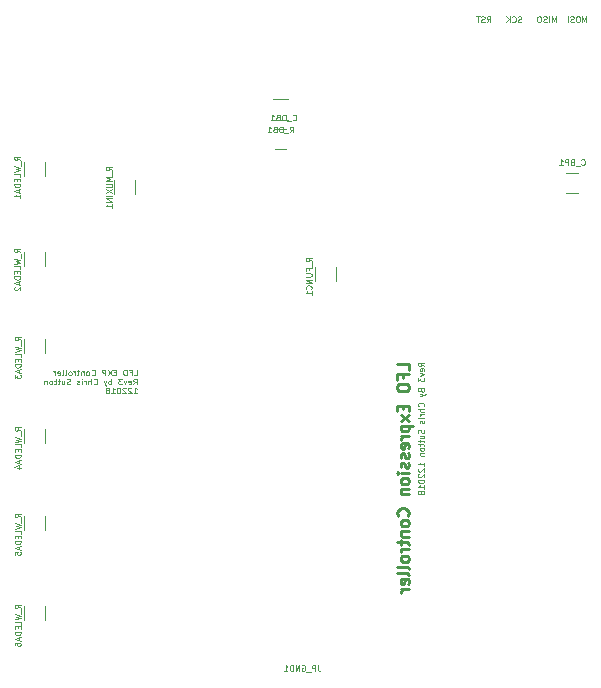
<source format=gbr>
G04 #@! TF.FileFunction,Legend,Bot*
%FSLAX46Y46*%
G04 Gerber Fmt 4.6, Leading zero omitted, Abs format (unit mm)*
G04 Created by KiCad (PCBNEW 4.0.7) date 06/02/18 16:03:12*
%MOMM*%
%LPD*%
G01*
G04 APERTURE LIST*
%ADD10C,0.100000*%
%ADD11C,0.015000*%
%ADD12C,0.125000*%
%ADD13C,0.250000*%
%ADD14C,0.120000*%
G04 APERTURE END LIST*
D10*
D11*
X144013450Y-53629690D02*
X144013450Y-53129690D01*
X143846784Y-53486833D01*
X143680117Y-53129690D01*
X143680117Y-53629690D01*
X143346783Y-53129690D02*
X143251545Y-53129690D01*
X143203926Y-53153500D01*
X143156307Y-53201119D01*
X143132498Y-53296357D01*
X143132498Y-53463024D01*
X143156307Y-53558262D01*
X143203926Y-53605881D01*
X143251545Y-53629690D01*
X143346783Y-53629690D01*
X143394402Y-53605881D01*
X143442021Y-53558262D01*
X143465831Y-53463024D01*
X143465831Y-53296357D01*
X143442021Y-53201119D01*
X143394402Y-53153500D01*
X143346783Y-53129690D01*
X142942021Y-53605881D02*
X142870592Y-53629690D01*
X142751545Y-53629690D01*
X142703926Y-53605881D01*
X142680116Y-53582071D01*
X142656307Y-53534452D01*
X142656307Y-53486833D01*
X142680116Y-53439214D01*
X142703926Y-53415405D01*
X142751545Y-53391595D01*
X142846783Y-53367786D01*
X142894402Y-53343976D01*
X142918211Y-53320167D01*
X142942021Y-53272548D01*
X142942021Y-53224929D01*
X142918211Y-53177310D01*
X142894402Y-53153500D01*
X142846783Y-53129690D01*
X142727735Y-53129690D01*
X142656307Y-53153500D01*
X142442021Y-53629690D02*
X142442021Y-53129690D01*
X141442022Y-53629690D02*
X141442022Y-53129690D01*
X141275356Y-53486833D01*
X141108689Y-53129690D01*
X141108689Y-53629690D01*
X140870593Y-53629690D02*
X140870593Y-53129690D01*
X140656308Y-53605881D02*
X140584879Y-53629690D01*
X140465832Y-53629690D01*
X140418213Y-53605881D01*
X140394403Y-53582071D01*
X140370594Y-53534452D01*
X140370594Y-53486833D01*
X140394403Y-53439214D01*
X140418213Y-53415405D01*
X140465832Y-53391595D01*
X140561070Y-53367786D01*
X140608689Y-53343976D01*
X140632498Y-53320167D01*
X140656308Y-53272548D01*
X140656308Y-53224929D01*
X140632498Y-53177310D01*
X140608689Y-53153500D01*
X140561070Y-53129690D01*
X140442022Y-53129690D01*
X140370594Y-53153500D01*
X140061070Y-53129690D02*
X139965832Y-53129690D01*
X139918213Y-53153500D01*
X139870594Y-53201119D01*
X139846785Y-53296357D01*
X139846785Y-53463024D01*
X139870594Y-53558262D01*
X139918213Y-53605881D01*
X139965832Y-53629690D01*
X140061070Y-53629690D01*
X140108689Y-53605881D01*
X140156308Y-53558262D01*
X140180118Y-53463024D01*
X140180118Y-53296357D01*
X140156308Y-53201119D01*
X140108689Y-53153500D01*
X140061070Y-53129690D01*
X138513452Y-53605881D02*
X138442023Y-53629690D01*
X138322976Y-53629690D01*
X138275357Y-53605881D01*
X138251547Y-53582071D01*
X138227738Y-53534452D01*
X138227738Y-53486833D01*
X138251547Y-53439214D01*
X138275357Y-53415405D01*
X138322976Y-53391595D01*
X138418214Y-53367786D01*
X138465833Y-53343976D01*
X138489642Y-53320167D01*
X138513452Y-53272548D01*
X138513452Y-53224929D01*
X138489642Y-53177310D01*
X138465833Y-53153500D01*
X138418214Y-53129690D01*
X138299166Y-53129690D01*
X138227738Y-53153500D01*
X137727738Y-53582071D02*
X137751548Y-53605881D01*
X137822976Y-53629690D01*
X137870595Y-53629690D01*
X137942024Y-53605881D01*
X137989643Y-53558262D01*
X138013452Y-53510643D01*
X138037262Y-53415405D01*
X138037262Y-53343976D01*
X138013452Y-53248738D01*
X137989643Y-53201119D01*
X137942024Y-53153500D01*
X137870595Y-53129690D01*
X137822976Y-53129690D01*
X137751548Y-53153500D01*
X137727738Y-53177310D01*
X137513452Y-53629690D02*
X137513452Y-53129690D01*
X137227738Y-53629690D02*
X137442024Y-53343976D01*
X137227738Y-53129690D02*
X137513452Y-53415405D01*
X135584882Y-53629690D02*
X135751549Y-53391595D01*
X135870596Y-53629690D02*
X135870596Y-53129690D01*
X135680120Y-53129690D01*
X135632501Y-53153500D01*
X135608692Y-53177310D01*
X135584882Y-53224929D01*
X135584882Y-53296357D01*
X135608692Y-53343976D01*
X135632501Y-53367786D01*
X135680120Y-53391595D01*
X135870596Y-53391595D01*
X135394406Y-53605881D02*
X135322977Y-53629690D01*
X135203930Y-53629690D01*
X135156311Y-53605881D01*
X135132501Y-53582071D01*
X135108692Y-53534452D01*
X135108692Y-53486833D01*
X135132501Y-53439214D01*
X135156311Y-53415405D01*
X135203930Y-53391595D01*
X135299168Y-53367786D01*
X135346787Y-53343976D01*
X135370596Y-53320167D01*
X135394406Y-53272548D01*
X135394406Y-53224929D01*
X135370596Y-53177310D01*
X135346787Y-53153500D01*
X135299168Y-53129690D01*
X135180120Y-53129690D01*
X135108692Y-53153500D01*
X134965835Y-53129690D02*
X134680121Y-53129690D01*
X134822978Y-53629690D02*
X134822978Y-53129690D01*
X105713257Y-83535190D02*
X105951352Y-83535190D01*
X105951352Y-83035190D01*
X105379924Y-83273286D02*
X105546590Y-83273286D01*
X105546590Y-83535190D02*
X105546590Y-83035190D01*
X105308495Y-83035190D01*
X105022781Y-83035190D02*
X104927543Y-83035190D01*
X104879924Y-83059000D01*
X104832305Y-83106619D01*
X104808496Y-83201857D01*
X104808496Y-83368524D01*
X104832305Y-83463762D01*
X104879924Y-83511381D01*
X104927543Y-83535190D01*
X105022781Y-83535190D01*
X105070400Y-83511381D01*
X105118019Y-83463762D01*
X105141829Y-83368524D01*
X105141829Y-83201857D01*
X105118019Y-83106619D01*
X105070400Y-83059000D01*
X105022781Y-83035190D01*
X104213257Y-83273286D02*
X104046591Y-83273286D01*
X103975162Y-83535190D02*
X104213257Y-83535190D01*
X104213257Y-83035190D01*
X103975162Y-83035190D01*
X103808495Y-83035190D02*
X103475162Y-83535190D01*
X103475162Y-83035190D02*
X103808495Y-83535190D01*
X103284686Y-83535190D02*
X103284686Y-83035190D01*
X103094210Y-83035190D01*
X103046591Y-83059000D01*
X103022782Y-83082810D01*
X102998972Y-83130429D01*
X102998972Y-83201857D01*
X103022782Y-83249476D01*
X103046591Y-83273286D01*
X103094210Y-83297095D01*
X103284686Y-83297095D01*
X102118020Y-83487571D02*
X102141830Y-83511381D01*
X102213258Y-83535190D01*
X102260877Y-83535190D01*
X102332306Y-83511381D01*
X102379925Y-83463762D01*
X102403734Y-83416143D01*
X102427544Y-83320905D01*
X102427544Y-83249476D01*
X102403734Y-83154238D01*
X102379925Y-83106619D01*
X102332306Y-83059000D01*
X102260877Y-83035190D01*
X102213258Y-83035190D01*
X102141830Y-83059000D01*
X102118020Y-83082810D01*
X101832306Y-83535190D02*
X101879925Y-83511381D01*
X101903734Y-83487571D01*
X101927544Y-83439952D01*
X101927544Y-83297095D01*
X101903734Y-83249476D01*
X101879925Y-83225667D01*
X101832306Y-83201857D01*
X101760877Y-83201857D01*
X101713258Y-83225667D01*
X101689449Y-83249476D01*
X101665639Y-83297095D01*
X101665639Y-83439952D01*
X101689449Y-83487571D01*
X101713258Y-83511381D01*
X101760877Y-83535190D01*
X101832306Y-83535190D01*
X101451353Y-83201857D02*
X101451353Y-83535190D01*
X101451353Y-83249476D02*
X101427544Y-83225667D01*
X101379925Y-83201857D01*
X101308496Y-83201857D01*
X101260877Y-83225667D01*
X101237068Y-83273286D01*
X101237068Y-83535190D01*
X101070401Y-83201857D02*
X100879925Y-83201857D01*
X100998972Y-83035190D02*
X100998972Y-83463762D01*
X100975163Y-83511381D01*
X100927544Y-83535190D01*
X100879925Y-83535190D01*
X100713258Y-83535190D02*
X100713258Y-83201857D01*
X100713258Y-83297095D02*
X100689449Y-83249476D01*
X100665639Y-83225667D01*
X100618020Y-83201857D01*
X100570401Y-83201857D01*
X100332306Y-83535190D02*
X100379925Y-83511381D01*
X100403734Y-83487571D01*
X100427544Y-83439952D01*
X100427544Y-83297095D01*
X100403734Y-83249476D01*
X100379925Y-83225667D01*
X100332306Y-83201857D01*
X100260877Y-83201857D01*
X100213258Y-83225667D01*
X100189449Y-83249476D01*
X100165639Y-83297095D01*
X100165639Y-83439952D01*
X100189449Y-83487571D01*
X100213258Y-83511381D01*
X100260877Y-83535190D01*
X100332306Y-83535190D01*
X99879925Y-83535190D02*
X99927544Y-83511381D01*
X99951353Y-83463762D01*
X99951353Y-83035190D01*
X99618020Y-83535190D02*
X99665639Y-83511381D01*
X99689448Y-83463762D01*
X99689448Y-83035190D01*
X99237067Y-83511381D02*
X99284686Y-83535190D01*
X99379924Y-83535190D01*
X99427543Y-83511381D01*
X99451353Y-83463762D01*
X99451353Y-83273286D01*
X99427543Y-83225667D01*
X99379924Y-83201857D01*
X99284686Y-83201857D01*
X99237067Y-83225667D01*
X99213258Y-83273286D01*
X99213258Y-83320905D01*
X99451353Y-83368524D01*
X98998972Y-83535190D02*
X98998972Y-83201857D01*
X98998972Y-83297095D02*
X98975163Y-83249476D01*
X98951353Y-83225667D01*
X98903734Y-83201857D01*
X98856115Y-83201857D01*
X105665638Y-84300190D02*
X105832305Y-84062095D01*
X105951352Y-84300190D02*
X105951352Y-83800190D01*
X105760876Y-83800190D01*
X105713257Y-83824000D01*
X105689448Y-83847810D01*
X105665638Y-83895429D01*
X105665638Y-83966857D01*
X105689448Y-84014476D01*
X105713257Y-84038286D01*
X105760876Y-84062095D01*
X105951352Y-84062095D01*
X105260876Y-84276381D02*
X105308495Y-84300190D01*
X105403733Y-84300190D01*
X105451352Y-84276381D01*
X105475162Y-84228762D01*
X105475162Y-84038286D01*
X105451352Y-83990667D01*
X105403733Y-83966857D01*
X105308495Y-83966857D01*
X105260876Y-83990667D01*
X105237067Y-84038286D01*
X105237067Y-84085905D01*
X105475162Y-84133524D01*
X105070400Y-83966857D02*
X104951353Y-84300190D01*
X104832305Y-83966857D01*
X104689448Y-83800190D02*
X104379925Y-83800190D01*
X104546591Y-83990667D01*
X104475163Y-83990667D01*
X104427544Y-84014476D01*
X104403734Y-84038286D01*
X104379925Y-84085905D01*
X104379925Y-84204952D01*
X104403734Y-84252571D01*
X104427544Y-84276381D01*
X104475163Y-84300190D01*
X104618020Y-84300190D01*
X104665639Y-84276381D01*
X104689448Y-84252571D01*
X103784687Y-84300190D02*
X103784687Y-83800190D01*
X103784687Y-83990667D02*
X103737068Y-83966857D01*
X103641830Y-83966857D01*
X103594211Y-83990667D01*
X103570402Y-84014476D01*
X103546592Y-84062095D01*
X103546592Y-84204952D01*
X103570402Y-84252571D01*
X103594211Y-84276381D01*
X103641830Y-84300190D01*
X103737068Y-84300190D01*
X103784687Y-84276381D01*
X103379925Y-83966857D02*
X103260878Y-84300190D01*
X103141830Y-83966857D02*
X103260878Y-84300190D01*
X103308497Y-84419238D01*
X103332306Y-84443048D01*
X103379925Y-84466857D01*
X102284688Y-84252571D02*
X102308498Y-84276381D01*
X102379926Y-84300190D01*
X102427545Y-84300190D01*
X102498974Y-84276381D01*
X102546593Y-84228762D01*
X102570402Y-84181143D01*
X102594212Y-84085905D01*
X102594212Y-84014476D01*
X102570402Y-83919238D01*
X102546593Y-83871619D01*
X102498974Y-83824000D01*
X102427545Y-83800190D01*
X102379926Y-83800190D01*
X102308498Y-83824000D01*
X102284688Y-83847810D01*
X102070402Y-84300190D02*
X102070402Y-83800190D01*
X101856117Y-84300190D02*
X101856117Y-84038286D01*
X101879926Y-83990667D01*
X101927545Y-83966857D01*
X101998974Y-83966857D01*
X102046593Y-83990667D01*
X102070402Y-84014476D01*
X101618021Y-84300190D02*
X101618021Y-83966857D01*
X101618021Y-84062095D02*
X101594212Y-84014476D01*
X101570402Y-83990667D01*
X101522783Y-83966857D01*
X101475164Y-83966857D01*
X101308497Y-84300190D02*
X101308497Y-83966857D01*
X101308497Y-83800190D02*
X101332307Y-83824000D01*
X101308497Y-83847810D01*
X101284688Y-83824000D01*
X101308497Y-83800190D01*
X101308497Y-83847810D01*
X101094212Y-84276381D02*
X101046593Y-84300190D01*
X100951355Y-84300190D01*
X100903736Y-84276381D01*
X100879926Y-84228762D01*
X100879926Y-84204952D01*
X100903736Y-84157333D01*
X100951355Y-84133524D01*
X101022783Y-84133524D01*
X101070402Y-84109714D01*
X101094212Y-84062095D01*
X101094212Y-84038286D01*
X101070402Y-83990667D01*
X101022783Y-83966857D01*
X100951355Y-83966857D01*
X100903736Y-83990667D01*
X100308498Y-84276381D02*
X100237069Y-84300190D01*
X100118022Y-84300190D01*
X100070403Y-84276381D01*
X100046593Y-84252571D01*
X100022784Y-84204952D01*
X100022784Y-84157333D01*
X100046593Y-84109714D01*
X100070403Y-84085905D01*
X100118022Y-84062095D01*
X100213260Y-84038286D01*
X100260879Y-84014476D01*
X100284688Y-83990667D01*
X100308498Y-83943048D01*
X100308498Y-83895429D01*
X100284688Y-83847810D01*
X100260879Y-83824000D01*
X100213260Y-83800190D01*
X100094212Y-83800190D01*
X100022784Y-83824000D01*
X99594213Y-83966857D02*
X99594213Y-84300190D01*
X99808498Y-83966857D02*
X99808498Y-84228762D01*
X99784689Y-84276381D01*
X99737070Y-84300190D01*
X99665641Y-84300190D01*
X99618022Y-84276381D01*
X99594213Y-84252571D01*
X99427546Y-83966857D02*
X99237070Y-83966857D01*
X99356117Y-83800190D02*
X99356117Y-84228762D01*
X99332308Y-84276381D01*
X99284689Y-84300190D01*
X99237070Y-84300190D01*
X99141832Y-83966857D02*
X98951356Y-83966857D01*
X99070403Y-83800190D02*
X99070403Y-84228762D01*
X99046594Y-84276381D01*
X98998975Y-84300190D01*
X98951356Y-84300190D01*
X98713261Y-84300190D02*
X98760880Y-84276381D01*
X98784689Y-84252571D01*
X98808499Y-84204952D01*
X98808499Y-84062095D01*
X98784689Y-84014476D01*
X98760880Y-83990667D01*
X98713261Y-83966857D01*
X98641832Y-83966857D01*
X98594213Y-83990667D01*
X98570404Y-84014476D01*
X98546594Y-84062095D01*
X98546594Y-84204952D01*
X98570404Y-84252571D01*
X98594213Y-84276381D01*
X98641832Y-84300190D01*
X98713261Y-84300190D01*
X98332308Y-83966857D02*
X98332308Y-84300190D01*
X98332308Y-84014476D02*
X98308499Y-83990667D01*
X98260880Y-83966857D01*
X98189451Y-83966857D01*
X98141832Y-83990667D01*
X98118023Y-84038286D01*
X98118023Y-84300190D01*
X105689448Y-85065190D02*
X105975162Y-85065190D01*
X105832305Y-85065190D02*
X105832305Y-84565190D01*
X105879924Y-84636619D01*
X105927543Y-84684238D01*
X105975162Y-84708048D01*
X105498972Y-84612810D02*
X105475162Y-84589000D01*
X105427543Y-84565190D01*
X105308496Y-84565190D01*
X105260877Y-84589000D01*
X105237067Y-84612810D01*
X105213258Y-84660429D01*
X105213258Y-84708048D01*
X105237067Y-84779476D01*
X105522781Y-85065190D01*
X105213258Y-85065190D01*
X105022782Y-84612810D02*
X104998972Y-84589000D01*
X104951353Y-84565190D01*
X104832306Y-84565190D01*
X104784687Y-84589000D01*
X104760877Y-84612810D01*
X104737068Y-84660429D01*
X104737068Y-84708048D01*
X104760877Y-84779476D01*
X105046591Y-85065190D01*
X104737068Y-85065190D01*
X104427544Y-84565190D02*
X104379925Y-84565190D01*
X104332306Y-84589000D01*
X104308497Y-84612810D01*
X104284687Y-84660429D01*
X104260878Y-84755667D01*
X104260878Y-84874714D01*
X104284687Y-84969952D01*
X104308497Y-85017571D01*
X104332306Y-85041381D01*
X104379925Y-85065190D01*
X104427544Y-85065190D01*
X104475163Y-85041381D01*
X104498973Y-85017571D01*
X104522782Y-84969952D01*
X104546592Y-84874714D01*
X104546592Y-84755667D01*
X104522782Y-84660429D01*
X104498973Y-84612810D01*
X104475163Y-84589000D01*
X104427544Y-84565190D01*
X103784688Y-85065190D02*
X104070402Y-85065190D01*
X103927545Y-85065190D02*
X103927545Y-84565190D01*
X103975164Y-84636619D01*
X104022783Y-84684238D01*
X104070402Y-84708048D01*
X103498974Y-84779476D02*
X103546593Y-84755667D01*
X103570402Y-84731857D01*
X103594212Y-84684238D01*
X103594212Y-84660429D01*
X103570402Y-84612810D01*
X103546593Y-84589000D01*
X103498974Y-84565190D01*
X103403736Y-84565190D01*
X103356117Y-84589000D01*
X103332307Y-84612810D01*
X103308498Y-84660429D01*
X103308498Y-84684238D01*
X103332307Y-84731857D01*
X103356117Y-84755667D01*
X103403736Y-84779476D01*
X103498974Y-84779476D01*
X103546593Y-84803286D01*
X103570402Y-84827095D01*
X103594212Y-84874714D01*
X103594212Y-84969952D01*
X103570402Y-85017571D01*
X103546593Y-85041381D01*
X103498974Y-85065190D01*
X103403736Y-85065190D01*
X103356117Y-85041381D01*
X103332307Y-85017571D01*
X103308498Y-84969952D01*
X103308498Y-84874714D01*
X103332307Y-84827095D01*
X103356117Y-84803286D01*
X103403736Y-84779476D01*
D12*
X130274190Y-82737194D02*
X130036095Y-82570527D01*
X130274190Y-82451480D02*
X129774190Y-82451480D01*
X129774190Y-82641956D01*
X129798000Y-82689575D01*
X129821810Y-82713384D01*
X129869429Y-82737194D01*
X129940857Y-82737194D01*
X129988476Y-82713384D01*
X130012286Y-82689575D01*
X130036095Y-82641956D01*
X130036095Y-82451480D01*
X130250381Y-83141956D02*
X130274190Y-83094337D01*
X130274190Y-82999099D01*
X130250381Y-82951480D01*
X130202762Y-82927670D01*
X130012286Y-82927670D01*
X129964667Y-82951480D01*
X129940857Y-82999099D01*
X129940857Y-83094337D01*
X129964667Y-83141956D01*
X130012286Y-83165765D01*
X130059905Y-83165765D01*
X130107524Y-82927670D01*
X129940857Y-83332432D02*
X130274190Y-83451479D01*
X129940857Y-83570527D01*
X129774190Y-83713384D02*
X129774190Y-84022907D01*
X129964667Y-83856241D01*
X129964667Y-83927669D01*
X129988476Y-83975288D01*
X130012286Y-83999098D01*
X130059905Y-84022907D01*
X130178952Y-84022907D01*
X130226571Y-83999098D01*
X130250381Y-83975288D01*
X130274190Y-83927669D01*
X130274190Y-83784812D01*
X130250381Y-83737193D01*
X130226571Y-83713384D01*
X130012286Y-84784811D02*
X130036095Y-84856240D01*
X130059905Y-84880049D01*
X130107524Y-84903859D01*
X130178952Y-84903859D01*
X130226571Y-84880049D01*
X130250381Y-84856240D01*
X130274190Y-84808621D01*
X130274190Y-84618145D01*
X129774190Y-84618145D01*
X129774190Y-84784811D01*
X129798000Y-84832430D01*
X129821810Y-84856240D01*
X129869429Y-84880049D01*
X129917048Y-84880049D01*
X129964667Y-84856240D01*
X129988476Y-84832430D01*
X130012286Y-84784811D01*
X130012286Y-84618145D01*
X129940857Y-85070526D02*
X130274190Y-85189573D01*
X129940857Y-85308621D02*
X130274190Y-85189573D01*
X130393238Y-85141954D01*
X130417048Y-85118145D01*
X130440857Y-85070526D01*
X130226571Y-86165763D02*
X130250381Y-86141953D01*
X130274190Y-86070525D01*
X130274190Y-86022906D01*
X130250381Y-85951477D01*
X130202762Y-85903858D01*
X130155143Y-85880049D01*
X130059905Y-85856239D01*
X129988476Y-85856239D01*
X129893238Y-85880049D01*
X129845619Y-85903858D01*
X129798000Y-85951477D01*
X129774190Y-86022906D01*
X129774190Y-86070525D01*
X129798000Y-86141953D01*
X129821810Y-86165763D01*
X130274190Y-86380049D02*
X129774190Y-86380049D01*
X130274190Y-86594334D02*
X130012286Y-86594334D01*
X129964667Y-86570525D01*
X129940857Y-86522906D01*
X129940857Y-86451477D01*
X129964667Y-86403858D01*
X129988476Y-86380049D01*
X130274190Y-86832430D02*
X129940857Y-86832430D01*
X130036095Y-86832430D02*
X129988476Y-86856239D01*
X129964667Y-86880049D01*
X129940857Y-86927668D01*
X129940857Y-86975287D01*
X130274190Y-87141954D02*
X129940857Y-87141954D01*
X129774190Y-87141954D02*
X129798000Y-87118144D01*
X129821810Y-87141954D01*
X129798000Y-87165763D01*
X129774190Y-87141954D01*
X129821810Y-87141954D01*
X130250381Y-87356239D02*
X130274190Y-87403858D01*
X130274190Y-87499096D01*
X130250381Y-87546715D01*
X130202762Y-87570525D01*
X130178952Y-87570525D01*
X130131333Y-87546715D01*
X130107524Y-87499096D01*
X130107524Y-87427668D01*
X130083714Y-87380049D01*
X130036095Y-87356239D01*
X130012286Y-87356239D01*
X129964667Y-87380049D01*
X129940857Y-87427668D01*
X129940857Y-87499096D01*
X129964667Y-87546715D01*
X130250381Y-88141953D02*
X130274190Y-88213382D01*
X130274190Y-88332429D01*
X130250381Y-88380048D01*
X130226571Y-88403858D01*
X130178952Y-88427667D01*
X130131333Y-88427667D01*
X130083714Y-88403858D01*
X130059905Y-88380048D01*
X130036095Y-88332429D01*
X130012286Y-88237191D01*
X129988476Y-88189572D01*
X129964667Y-88165763D01*
X129917048Y-88141953D01*
X129869429Y-88141953D01*
X129821810Y-88165763D01*
X129798000Y-88189572D01*
X129774190Y-88237191D01*
X129774190Y-88356239D01*
X129798000Y-88427667D01*
X129940857Y-88856238D02*
X130274190Y-88856238D01*
X129940857Y-88641953D02*
X130202762Y-88641953D01*
X130250381Y-88665762D01*
X130274190Y-88713381D01*
X130274190Y-88784810D01*
X130250381Y-88832429D01*
X130226571Y-88856238D01*
X129940857Y-89022905D02*
X129940857Y-89213381D01*
X129774190Y-89094334D02*
X130202762Y-89094334D01*
X130250381Y-89118143D01*
X130274190Y-89165762D01*
X130274190Y-89213381D01*
X129940857Y-89308619D02*
X129940857Y-89499095D01*
X129774190Y-89380048D02*
X130202762Y-89380048D01*
X130250381Y-89403857D01*
X130274190Y-89451476D01*
X130274190Y-89499095D01*
X130274190Y-89737190D02*
X130250381Y-89689571D01*
X130226571Y-89665762D01*
X130178952Y-89641952D01*
X130036095Y-89641952D01*
X129988476Y-89665762D01*
X129964667Y-89689571D01*
X129940857Y-89737190D01*
X129940857Y-89808619D01*
X129964667Y-89856238D01*
X129988476Y-89880047D01*
X130036095Y-89903857D01*
X130178952Y-89903857D01*
X130226571Y-89880047D01*
X130250381Y-89856238D01*
X130274190Y-89808619D01*
X130274190Y-89737190D01*
X129940857Y-90118143D02*
X130274190Y-90118143D01*
X129988476Y-90118143D02*
X129964667Y-90141952D01*
X129940857Y-90189571D01*
X129940857Y-90261000D01*
X129964667Y-90308619D01*
X130012286Y-90332428D01*
X130274190Y-90332428D01*
X130274190Y-91213380D02*
X130274190Y-90927666D01*
X130274190Y-91070523D02*
X129774190Y-91070523D01*
X129845619Y-91022904D01*
X129893238Y-90975285D01*
X129917048Y-90927666D01*
X129821810Y-91403856D02*
X129798000Y-91427666D01*
X129774190Y-91475285D01*
X129774190Y-91594332D01*
X129798000Y-91641951D01*
X129821810Y-91665761D01*
X129869429Y-91689570D01*
X129917048Y-91689570D01*
X129988476Y-91665761D01*
X130274190Y-91380047D01*
X130274190Y-91689570D01*
X129821810Y-91880046D02*
X129798000Y-91903856D01*
X129774190Y-91951475D01*
X129774190Y-92070522D01*
X129798000Y-92118141D01*
X129821810Y-92141951D01*
X129869429Y-92165760D01*
X129917048Y-92165760D01*
X129988476Y-92141951D01*
X130274190Y-91856237D01*
X130274190Y-92165760D01*
X129774190Y-92475284D02*
X129774190Y-92522903D01*
X129798000Y-92570522D01*
X129821810Y-92594331D01*
X129869429Y-92618141D01*
X129964667Y-92641950D01*
X130083714Y-92641950D01*
X130178952Y-92618141D01*
X130226571Y-92594331D01*
X130250381Y-92570522D01*
X130274190Y-92522903D01*
X130274190Y-92475284D01*
X130250381Y-92427665D01*
X130226571Y-92403855D01*
X130178952Y-92380046D01*
X130083714Y-92356236D01*
X129964667Y-92356236D01*
X129869429Y-92380046D01*
X129821810Y-92403855D01*
X129798000Y-92427665D01*
X129774190Y-92475284D01*
X130274190Y-93118140D02*
X130274190Y-92832426D01*
X130274190Y-92975283D02*
X129774190Y-92975283D01*
X129845619Y-92927664D01*
X129893238Y-92880045D01*
X129917048Y-92832426D01*
X129988476Y-93403854D02*
X129964667Y-93356235D01*
X129940857Y-93332426D01*
X129893238Y-93308616D01*
X129869429Y-93308616D01*
X129821810Y-93332426D01*
X129798000Y-93356235D01*
X129774190Y-93403854D01*
X129774190Y-93499092D01*
X129798000Y-93546711D01*
X129821810Y-93570521D01*
X129869429Y-93594330D01*
X129893238Y-93594330D01*
X129940857Y-93570521D01*
X129964667Y-93546711D01*
X129988476Y-93499092D01*
X129988476Y-93403854D01*
X130012286Y-93356235D01*
X130036095Y-93332426D01*
X130083714Y-93308616D01*
X130178952Y-93308616D01*
X130226571Y-93332426D01*
X130250381Y-93356235D01*
X130274190Y-93403854D01*
X130274190Y-93499092D01*
X130250381Y-93546711D01*
X130226571Y-93570521D01*
X130178952Y-93594330D01*
X130083714Y-93594330D01*
X130036095Y-93570521D01*
X130012286Y-93546711D01*
X129988476Y-93499092D01*
D13*
X128976381Y-83082951D02*
X128976381Y-82606760D01*
X127976381Y-82606760D01*
X128452571Y-83749618D02*
X128452571Y-83416284D01*
X128976381Y-83416284D02*
X127976381Y-83416284D01*
X127976381Y-83892475D01*
X127976381Y-84463903D02*
X127976381Y-84654380D01*
X128024000Y-84749618D01*
X128119238Y-84844856D01*
X128309714Y-84892475D01*
X128643048Y-84892475D01*
X128833524Y-84844856D01*
X128928762Y-84749618D01*
X128976381Y-84654380D01*
X128976381Y-84463903D01*
X128928762Y-84368665D01*
X128833524Y-84273427D01*
X128643048Y-84225808D01*
X128309714Y-84225808D01*
X128119238Y-84273427D01*
X128024000Y-84368665D01*
X127976381Y-84463903D01*
X128452571Y-86082951D02*
X128452571Y-86416285D01*
X128976381Y-86559142D02*
X128976381Y-86082951D01*
X127976381Y-86082951D01*
X127976381Y-86559142D01*
X128976381Y-86892475D02*
X128309714Y-87416285D01*
X128309714Y-86892475D02*
X128976381Y-87416285D01*
X128309714Y-87797237D02*
X129309714Y-87797237D01*
X128357333Y-87797237D02*
X128309714Y-87892475D01*
X128309714Y-88082952D01*
X128357333Y-88178190D01*
X128404952Y-88225809D01*
X128500190Y-88273428D01*
X128785905Y-88273428D01*
X128881143Y-88225809D01*
X128928762Y-88178190D01*
X128976381Y-88082952D01*
X128976381Y-87892475D01*
X128928762Y-87797237D01*
X128976381Y-88701999D02*
X128309714Y-88701999D01*
X128500190Y-88701999D02*
X128404952Y-88749618D01*
X128357333Y-88797237D01*
X128309714Y-88892475D01*
X128309714Y-88987714D01*
X128928762Y-89702000D02*
X128976381Y-89606762D01*
X128976381Y-89416285D01*
X128928762Y-89321047D01*
X128833524Y-89273428D01*
X128452571Y-89273428D01*
X128357333Y-89321047D01*
X128309714Y-89416285D01*
X128309714Y-89606762D01*
X128357333Y-89702000D01*
X128452571Y-89749619D01*
X128547810Y-89749619D01*
X128643048Y-89273428D01*
X128928762Y-90130571D02*
X128976381Y-90225809D01*
X128976381Y-90416285D01*
X128928762Y-90511524D01*
X128833524Y-90559143D01*
X128785905Y-90559143D01*
X128690667Y-90511524D01*
X128643048Y-90416285D01*
X128643048Y-90273428D01*
X128595429Y-90178190D01*
X128500190Y-90130571D01*
X128452571Y-90130571D01*
X128357333Y-90178190D01*
X128309714Y-90273428D01*
X128309714Y-90416285D01*
X128357333Y-90511524D01*
X128928762Y-90940095D02*
X128976381Y-91035333D01*
X128976381Y-91225809D01*
X128928762Y-91321048D01*
X128833524Y-91368667D01*
X128785905Y-91368667D01*
X128690667Y-91321048D01*
X128643048Y-91225809D01*
X128643048Y-91082952D01*
X128595429Y-90987714D01*
X128500190Y-90940095D01*
X128452571Y-90940095D01*
X128357333Y-90987714D01*
X128309714Y-91082952D01*
X128309714Y-91225809D01*
X128357333Y-91321048D01*
X128976381Y-91797238D02*
X128309714Y-91797238D01*
X127976381Y-91797238D02*
X128024000Y-91749619D01*
X128071619Y-91797238D01*
X128024000Y-91844857D01*
X127976381Y-91797238D01*
X128071619Y-91797238D01*
X128976381Y-92416285D02*
X128928762Y-92321047D01*
X128881143Y-92273428D01*
X128785905Y-92225809D01*
X128500190Y-92225809D01*
X128404952Y-92273428D01*
X128357333Y-92321047D01*
X128309714Y-92416285D01*
X128309714Y-92559143D01*
X128357333Y-92654381D01*
X128404952Y-92702000D01*
X128500190Y-92749619D01*
X128785905Y-92749619D01*
X128881143Y-92702000D01*
X128928762Y-92654381D01*
X128976381Y-92559143D01*
X128976381Y-92416285D01*
X128309714Y-93178190D02*
X128976381Y-93178190D01*
X128404952Y-93178190D02*
X128357333Y-93225809D01*
X128309714Y-93321047D01*
X128309714Y-93463905D01*
X128357333Y-93559143D01*
X128452571Y-93606762D01*
X128976381Y-93606762D01*
X128881143Y-95416286D02*
X128928762Y-95368667D01*
X128976381Y-95225810D01*
X128976381Y-95130572D01*
X128928762Y-94987714D01*
X128833524Y-94892476D01*
X128738286Y-94844857D01*
X128547810Y-94797238D01*
X128404952Y-94797238D01*
X128214476Y-94844857D01*
X128119238Y-94892476D01*
X128024000Y-94987714D01*
X127976381Y-95130572D01*
X127976381Y-95225810D01*
X128024000Y-95368667D01*
X128071619Y-95416286D01*
X128976381Y-95987714D02*
X128928762Y-95892476D01*
X128881143Y-95844857D01*
X128785905Y-95797238D01*
X128500190Y-95797238D01*
X128404952Y-95844857D01*
X128357333Y-95892476D01*
X128309714Y-95987714D01*
X128309714Y-96130572D01*
X128357333Y-96225810D01*
X128404952Y-96273429D01*
X128500190Y-96321048D01*
X128785905Y-96321048D01*
X128881143Y-96273429D01*
X128928762Y-96225810D01*
X128976381Y-96130572D01*
X128976381Y-95987714D01*
X128309714Y-96749619D02*
X128976381Y-96749619D01*
X128404952Y-96749619D02*
X128357333Y-96797238D01*
X128309714Y-96892476D01*
X128309714Y-97035334D01*
X128357333Y-97130572D01*
X128452571Y-97178191D01*
X128976381Y-97178191D01*
X128309714Y-97511524D02*
X128309714Y-97892476D01*
X127976381Y-97654381D02*
X128833524Y-97654381D01*
X128928762Y-97702000D01*
X128976381Y-97797238D01*
X128976381Y-97892476D01*
X128976381Y-98225810D02*
X128309714Y-98225810D01*
X128500190Y-98225810D02*
X128404952Y-98273429D01*
X128357333Y-98321048D01*
X128309714Y-98416286D01*
X128309714Y-98511525D01*
X128976381Y-98987715D02*
X128928762Y-98892477D01*
X128881143Y-98844858D01*
X128785905Y-98797239D01*
X128500190Y-98797239D01*
X128404952Y-98844858D01*
X128357333Y-98892477D01*
X128309714Y-98987715D01*
X128309714Y-99130573D01*
X128357333Y-99225811D01*
X128404952Y-99273430D01*
X128500190Y-99321049D01*
X128785905Y-99321049D01*
X128881143Y-99273430D01*
X128928762Y-99225811D01*
X128976381Y-99130573D01*
X128976381Y-98987715D01*
X128976381Y-99892477D02*
X128928762Y-99797239D01*
X128833524Y-99749620D01*
X127976381Y-99749620D01*
X128976381Y-100416287D02*
X128928762Y-100321049D01*
X128833524Y-100273430D01*
X127976381Y-100273430D01*
X128928762Y-101178193D02*
X128976381Y-101082955D01*
X128976381Y-100892478D01*
X128928762Y-100797240D01*
X128833524Y-100749621D01*
X128452571Y-100749621D01*
X128357333Y-100797240D01*
X128309714Y-100892478D01*
X128309714Y-101082955D01*
X128357333Y-101178193D01*
X128452571Y-101225812D01*
X128547810Y-101225812D01*
X128643048Y-100749621D01*
X128976381Y-101654383D02*
X128309714Y-101654383D01*
X128500190Y-101654383D02*
X128404952Y-101702002D01*
X128357333Y-101749621D01*
X128309714Y-101844859D01*
X128309714Y-101940098D01*
D14*
X118610000Y-64350000D02*
X117610000Y-64350000D01*
X117610000Y-62650000D02*
X118610000Y-62650000D01*
X122800000Y-75530000D02*
X122800000Y-74330000D01*
X121040000Y-74330000D02*
X121040000Y-75530000D01*
X98162000Y-66640000D02*
X98162000Y-65440000D01*
X96402000Y-65440000D02*
X96402000Y-66640000D01*
X98162000Y-74260000D02*
X98162000Y-73060000D01*
X96402000Y-73060000D02*
X96402000Y-74260000D01*
X98162000Y-81626000D02*
X98162000Y-80426000D01*
X96402000Y-80426000D02*
X96402000Y-81626000D01*
X98162000Y-89246000D02*
X98162000Y-88046000D01*
X96402000Y-88046000D02*
X96402000Y-89246000D01*
X98162000Y-96612000D02*
X98162000Y-95412000D01*
X96402000Y-95412000D02*
X96402000Y-96612000D01*
X98162000Y-104232000D02*
X98162000Y-103032000D01*
X96402000Y-103032000D02*
X96402000Y-104232000D01*
X142311500Y-66396500D02*
X143311500Y-66396500D01*
X143311500Y-68096500D02*
X142311500Y-68096500D01*
X105756600Y-68164000D02*
X105756600Y-66964000D01*
X103996600Y-66964000D02*
X103996600Y-68164000D01*
X118710000Y-60156200D02*
X117510000Y-60156200D01*
X117510000Y-61916200D02*
X118710000Y-61916200D01*
D11*
X119137809Y-61900571D02*
X119161619Y-61924381D01*
X119233047Y-61948190D01*
X119280666Y-61948190D01*
X119352095Y-61924381D01*
X119399714Y-61876762D01*
X119423523Y-61829143D01*
X119447333Y-61733905D01*
X119447333Y-61662476D01*
X119423523Y-61567238D01*
X119399714Y-61519619D01*
X119352095Y-61472000D01*
X119280666Y-61448190D01*
X119233047Y-61448190D01*
X119161619Y-61472000D01*
X119137809Y-61495810D01*
X119042571Y-61995810D02*
X118661619Y-61995810D01*
X118542571Y-61948190D02*
X118542571Y-61448190D01*
X118423524Y-61448190D01*
X118352095Y-61472000D01*
X118304476Y-61519619D01*
X118280667Y-61567238D01*
X118256857Y-61662476D01*
X118256857Y-61733905D01*
X118280667Y-61829143D01*
X118304476Y-61876762D01*
X118352095Y-61924381D01*
X118423524Y-61948190D01*
X118542571Y-61948190D01*
X117875905Y-61686286D02*
X117804476Y-61710095D01*
X117780667Y-61733905D01*
X117756857Y-61781524D01*
X117756857Y-61852952D01*
X117780667Y-61900571D01*
X117804476Y-61924381D01*
X117852095Y-61948190D01*
X118042571Y-61948190D01*
X118042571Y-61448190D01*
X117875905Y-61448190D01*
X117828286Y-61472000D01*
X117804476Y-61495810D01*
X117780667Y-61543429D01*
X117780667Y-61591048D01*
X117804476Y-61638667D01*
X117828286Y-61662476D01*
X117875905Y-61686286D01*
X118042571Y-61686286D01*
X117280667Y-61948190D02*
X117566381Y-61948190D01*
X117423524Y-61948190D02*
X117423524Y-61448190D01*
X117471143Y-61519619D01*
X117518762Y-61567238D01*
X117566381Y-61591048D01*
X120749190Y-73871296D02*
X120511095Y-73704629D01*
X120749190Y-73585582D02*
X120249190Y-73585582D01*
X120249190Y-73776058D01*
X120273000Y-73823677D01*
X120296810Y-73847486D01*
X120344429Y-73871296D01*
X120415857Y-73871296D01*
X120463476Y-73847486D01*
X120487286Y-73823677D01*
X120511095Y-73776058D01*
X120511095Y-73585582D01*
X120796810Y-73966534D02*
X120796810Y-74347486D01*
X120487286Y-74633200D02*
X120487286Y-74466534D01*
X120749190Y-74466534D02*
X120249190Y-74466534D01*
X120249190Y-74704629D01*
X120249190Y-74895105D02*
X120653952Y-74895105D01*
X120701571Y-74918914D01*
X120725381Y-74942724D01*
X120749190Y-74990343D01*
X120749190Y-75085581D01*
X120725381Y-75133200D01*
X120701571Y-75157009D01*
X120653952Y-75180819D01*
X120249190Y-75180819D01*
X120749190Y-75418915D02*
X120249190Y-75418915D01*
X120749190Y-75704629D01*
X120249190Y-75704629D01*
X120701571Y-76228439D02*
X120725381Y-76204629D01*
X120749190Y-76133201D01*
X120749190Y-76085582D01*
X120725381Y-76014153D01*
X120677762Y-75966534D01*
X120630143Y-75942725D01*
X120534905Y-75918915D01*
X120463476Y-75918915D01*
X120368238Y-75942725D01*
X120320619Y-75966534D01*
X120273000Y-76014153D01*
X120249190Y-76085582D01*
X120249190Y-76133201D01*
X120273000Y-76204629D01*
X120296810Y-76228439D01*
X120749190Y-76704629D02*
X120749190Y-76418915D01*
X120749190Y-76561772D02*
X120249190Y-76561772D01*
X120320619Y-76514153D01*
X120368238Y-76466534D01*
X120392048Y-76418915D01*
X96085790Y-65298820D02*
X95847695Y-65132153D01*
X96085790Y-65013106D02*
X95585790Y-65013106D01*
X95585790Y-65203582D01*
X95609600Y-65251201D01*
X95633410Y-65275010D01*
X95681029Y-65298820D01*
X95752457Y-65298820D01*
X95800076Y-65275010D01*
X95823886Y-65251201D01*
X95847695Y-65203582D01*
X95847695Y-65013106D01*
X96133410Y-65394058D02*
X96133410Y-65775010D01*
X95585790Y-65846439D02*
X96085790Y-65965486D01*
X95728648Y-66060724D01*
X96085790Y-66155962D01*
X95585790Y-66275010D01*
X96085790Y-66703582D02*
X96085790Y-66465487D01*
X95585790Y-66465487D01*
X95823886Y-66870249D02*
X95823886Y-67036915D01*
X96085790Y-67108344D02*
X96085790Y-66870249D01*
X95585790Y-66870249D01*
X95585790Y-67108344D01*
X96085790Y-67322630D02*
X95585790Y-67322630D01*
X95585790Y-67441677D01*
X95609600Y-67513106D01*
X95657219Y-67560725D01*
X95704838Y-67584534D01*
X95800076Y-67608344D01*
X95871505Y-67608344D01*
X95966743Y-67584534D01*
X96014362Y-67560725D01*
X96061981Y-67513106D01*
X96085790Y-67441677D01*
X96085790Y-67322630D01*
X95942933Y-67798820D02*
X95942933Y-68036915D01*
X96085790Y-67751201D02*
X95585790Y-67917868D01*
X96085790Y-68084534D01*
X96085790Y-68513105D02*
X96085790Y-68227391D01*
X96085790Y-68370248D02*
X95585790Y-68370248D01*
X95657219Y-68322629D01*
X95704838Y-68275010D01*
X95728648Y-68227391D01*
X96085790Y-73122020D02*
X95847695Y-72955353D01*
X96085790Y-72836306D02*
X95585790Y-72836306D01*
X95585790Y-73026782D01*
X95609600Y-73074401D01*
X95633410Y-73098210D01*
X95681029Y-73122020D01*
X95752457Y-73122020D01*
X95800076Y-73098210D01*
X95823886Y-73074401D01*
X95847695Y-73026782D01*
X95847695Y-72836306D01*
X96133410Y-73217258D02*
X96133410Y-73598210D01*
X95585790Y-73669639D02*
X96085790Y-73788686D01*
X95728648Y-73883924D01*
X96085790Y-73979162D01*
X95585790Y-74098210D01*
X96085790Y-74526782D02*
X96085790Y-74288687D01*
X95585790Y-74288687D01*
X95823886Y-74693449D02*
X95823886Y-74860115D01*
X96085790Y-74931544D02*
X96085790Y-74693449D01*
X95585790Y-74693449D01*
X95585790Y-74931544D01*
X96085790Y-75145830D02*
X95585790Y-75145830D01*
X95585790Y-75264877D01*
X95609600Y-75336306D01*
X95657219Y-75383925D01*
X95704838Y-75407734D01*
X95800076Y-75431544D01*
X95871505Y-75431544D01*
X95966743Y-75407734D01*
X96014362Y-75383925D01*
X96061981Y-75336306D01*
X96085790Y-75264877D01*
X96085790Y-75145830D01*
X95942933Y-75622020D02*
X95942933Y-75860115D01*
X96085790Y-75574401D02*
X95585790Y-75741068D01*
X96085790Y-75907734D01*
X95633410Y-76050591D02*
X95609600Y-76074401D01*
X95585790Y-76122020D01*
X95585790Y-76241067D01*
X95609600Y-76288686D01*
X95633410Y-76312496D01*
X95681029Y-76336305D01*
X95728648Y-76336305D01*
X95800076Y-76312496D01*
X96085790Y-76026782D01*
X96085790Y-76336305D01*
X96111190Y-80564220D02*
X95873095Y-80397553D01*
X96111190Y-80278506D02*
X95611190Y-80278506D01*
X95611190Y-80468982D01*
X95635000Y-80516601D01*
X95658810Y-80540410D01*
X95706429Y-80564220D01*
X95777857Y-80564220D01*
X95825476Y-80540410D01*
X95849286Y-80516601D01*
X95873095Y-80468982D01*
X95873095Y-80278506D01*
X96158810Y-80659458D02*
X96158810Y-81040410D01*
X95611190Y-81111839D02*
X96111190Y-81230886D01*
X95754048Y-81326124D01*
X96111190Y-81421362D01*
X95611190Y-81540410D01*
X96111190Y-81968982D02*
X96111190Y-81730887D01*
X95611190Y-81730887D01*
X95849286Y-82135649D02*
X95849286Y-82302315D01*
X96111190Y-82373744D02*
X96111190Y-82135649D01*
X95611190Y-82135649D01*
X95611190Y-82373744D01*
X96111190Y-82588030D02*
X95611190Y-82588030D01*
X95611190Y-82707077D01*
X95635000Y-82778506D01*
X95682619Y-82826125D01*
X95730238Y-82849934D01*
X95825476Y-82873744D01*
X95896905Y-82873744D01*
X95992143Y-82849934D01*
X96039762Y-82826125D01*
X96087381Y-82778506D01*
X96111190Y-82707077D01*
X96111190Y-82588030D01*
X95968333Y-83064220D02*
X95968333Y-83302315D01*
X96111190Y-83016601D02*
X95611190Y-83183268D01*
X96111190Y-83349934D01*
X95611190Y-83468982D02*
X95611190Y-83778505D01*
X95801667Y-83611839D01*
X95801667Y-83683267D01*
X95825476Y-83730886D01*
X95849286Y-83754696D01*
X95896905Y-83778505D01*
X96015952Y-83778505D01*
X96063571Y-83754696D01*
X96087381Y-83730886D01*
X96111190Y-83683267D01*
X96111190Y-83540410D01*
X96087381Y-83492791D01*
X96063571Y-83468982D01*
X96111190Y-88209620D02*
X95873095Y-88042953D01*
X96111190Y-87923906D02*
X95611190Y-87923906D01*
X95611190Y-88114382D01*
X95635000Y-88162001D01*
X95658810Y-88185810D01*
X95706429Y-88209620D01*
X95777857Y-88209620D01*
X95825476Y-88185810D01*
X95849286Y-88162001D01*
X95873095Y-88114382D01*
X95873095Y-87923906D01*
X96158810Y-88304858D02*
X96158810Y-88685810D01*
X95611190Y-88757239D02*
X96111190Y-88876286D01*
X95754048Y-88971524D01*
X96111190Y-89066762D01*
X95611190Y-89185810D01*
X96111190Y-89614382D02*
X96111190Y-89376287D01*
X95611190Y-89376287D01*
X95849286Y-89781049D02*
X95849286Y-89947715D01*
X96111190Y-90019144D02*
X96111190Y-89781049D01*
X95611190Y-89781049D01*
X95611190Y-90019144D01*
X96111190Y-90233430D02*
X95611190Y-90233430D01*
X95611190Y-90352477D01*
X95635000Y-90423906D01*
X95682619Y-90471525D01*
X95730238Y-90495334D01*
X95825476Y-90519144D01*
X95896905Y-90519144D01*
X95992143Y-90495334D01*
X96039762Y-90471525D01*
X96087381Y-90423906D01*
X96111190Y-90352477D01*
X96111190Y-90233430D01*
X95968333Y-90709620D02*
X95968333Y-90947715D01*
X96111190Y-90662001D02*
X95611190Y-90828668D01*
X96111190Y-90995334D01*
X95777857Y-91376286D02*
X96111190Y-91376286D01*
X95587381Y-91257239D02*
X95944524Y-91138191D01*
X95944524Y-91447715D01*
X96111190Y-95524820D02*
X95873095Y-95358153D01*
X96111190Y-95239106D02*
X95611190Y-95239106D01*
X95611190Y-95429582D01*
X95635000Y-95477201D01*
X95658810Y-95501010D01*
X95706429Y-95524820D01*
X95777857Y-95524820D01*
X95825476Y-95501010D01*
X95849286Y-95477201D01*
X95873095Y-95429582D01*
X95873095Y-95239106D01*
X96158810Y-95620058D02*
X96158810Y-96001010D01*
X95611190Y-96072439D02*
X96111190Y-96191486D01*
X95754048Y-96286724D01*
X96111190Y-96381962D01*
X95611190Y-96501010D01*
X96111190Y-96929582D02*
X96111190Y-96691487D01*
X95611190Y-96691487D01*
X95849286Y-97096249D02*
X95849286Y-97262915D01*
X96111190Y-97334344D02*
X96111190Y-97096249D01*
X95611190Y-97096249D01*
X95611190Y-97334344D01*
X96111190Y-97548630D02*
X95611190Y-97548630D01*
X95611190Y-97667677D01*
X95635000Y-97739106D01*
X95682619Y-97786725D01*
X95730238Y-97810534D01*
X95825476Y-97834344D01*
X95896905Y-97834344D01*
X95992143Y-97810534D01*
X96039762Y-97786725D01*
X96087381Y-97739106D01*
X96111190Y-97667677D01*
X96111190Y-97548630D01*
X95968333Y-98024820D02*
X95968333Y-98262915D01*
X96111190Y-97977201D02*
X95611190Y-98143868D01*
X96111190Y-98310534D01*
X95611190Y-98715296D02*
X95611190Y-98477201D01*
X95849286Y-98453391D01*
X95825476Y-98477201D01*
X95801667Y-98524820D01*
X95801667Y-98643867D01*
X95825476Y-98691486D01*
X95849286Y-98715296D01*
X95896905Y-98739105D01*
X96015952Y-98739105D01*
X96063571Y-98715296D01*
X96087381Y-98691486D01*
X96111190Y-98643867D01*
X96111190Y-98524820D01*
X96087381Y-98477201D01*
X96063571Y-98453391D01*
X96111190Y-103221020D02*
X95873095Y-103054353D01*
X96111190Y-102935306D02*
X95611190Y-102935306D01*
X95611190Y-103125782D01*
X95635000Y-103173401D01*
X95658810Y-103197210D01*
X95706429Y-103221020D01*
X95777857Y-103221020D01*
X95825476Y-103197210D01*
X95849286Y-103173401D01*
X95873095Y-103125782D01*
X95873095Y-102935306D01*
X96158810Y-103316258D02*
X96158810Y-103697210D01*
X95611190Y-103768639D02*
X96111190Y-103887686D01*
X95754048Y-103982924D01*
X96111190Y-104078162D01*
X95611190Y-104197210D01*
X96111190Y-104625782D02*
X96111190Y-104387687D01*
X95611190Y-104387687D01*
X95849286Y-104792449D02*
X95849286Y-104959115D01*
X96111190Y-105030544D02*
X96111190Y-104792449D01*
X95611190Y-104792449D01*
X95611190Y-105030544D01*
X96111190Y-105244830D02*
X95611190Y-105244830D01*
X95611190Y-105363877D01*
X95635000Y-105435306D01*
X95682619Y-105482925D01*
X95730238Y-105506734D01*
X95825476Y-105530544D01*
X95896905Y-105530544D01*
X95992143Y-105506734D01*
X96039762Y-105482925D01*
X96087381Y-105435306D01*
X96111190Y-105363877D01*
X96111190Y-105244830D01*
X95968333Y-105721020D02*
X95968333Y-105959115D01*
X96111190Y-105673401D02*
X95611190Y-105840068D01*
X96111190Y-106006734D01*
X95611190Y-106387686D02*
X95611190Y-106292448D01*
X95635000Y-106244829D01*
X95658810Y-106221020D01*
X95730238Y-106173401D01*
X95825476Y-106149591D01*
X96015952Y-106149591D01*
X96063571Y-106173401D01*
X96087381Y-106197210D01*
X96111190Y-106244829D01*
X96111190Y-106340067D01*
X96087381Y-106387686D01*
X96063571Y-106411496D01*
X96015952Y-106435305D01*
X95896905Y-106435305D01*
X95849286Y-106411496D01*
X95825476Y-106387686D01*
X95801667Y-106340067D01*
X95801667Y-106244829D01*
X95825476Y-106197210D01*
X95849286Y-106173401D01*
X95896905Y-106149591D01*
X143585309Y-65675071D02*
X143609119Y-65698881D01*
X143680547Y-65722690D01*
X143728166Y-65722690D01*
X143799595Y-65698881D01*
X143847214Y-65651262D01*
X143871023Y-65603643D01*
X143894833Y-65508405D01*
X143894833Y-65436976D01*
X143871023Y-65341738D01*
X143847214Y-65294119D01*
X143799595Y-65246500D01*
X143728166Y-65222690D01*
X143680547Y-65222690D01*
X143609119Y-65246500D01*
X143585309Y-65270310D01*
X143490071Y-65770310D02*
X143109119Y-65770310D01*
X142823405Y-65460786D02*
X142751976Y-65484595D01*
X142728167Y-65508405D01*
X142704357Y-65556024D01*
X142704357Y-65627452D01*
X142728167Y-65675071D01*
X142751976Y-65698881D01*
X142799595Y-65722690D01*
X142990071Y-65722690D01*
X142990071Y-65222690D01*
X142823405Y-65222690D01*
X142775786Y-65246500D01*
X142751976Y-65270310D01*
X142728167Y-65317929D01*
X142728167Y-65365548D01*
X142751976Y-65413167D01*
X142775786Y-65436976D01*
X142823405Y-65460786D01*
X142990071Y-65460786D01*
X142490071Y-65722690D02*
X142490071Y-65222690D01*
X142299595Y-65222690D01*
X142251976Y-65246500D01*
X142228167Y-65270310D01*
X142204357Y-65317929D01*
X142204357Y-65389357D01*
X142228167Y-65436976D01*
X142251976Y-65460786D01*
X142299595Y-65484595D01*
X142490071Y-65484595D01*
X141728167Y-65722690D02*
X142013881Y-65722690D01*
X141871024Y-65722690D02*
X141871024Y-65222690D01*
X141918643Y-65294119D01*
X141966262Y-65341738D01*
X142013881Y-65365548D01*
X103832790Y-66148924D02*
X103594695Y-65982257D01*
X103832790Y-65863210D02*
X103332790Y-65863210D01*
X103332790Y-66053686D01*
X103356600Y-66101305D01*
X103380410Y-66125114D01*
X103428029Y-66148924D01*
X103499457Y-66148924D01*
X103547076Y-66125114D01*
X103570886Y-66101305D01*
X103594695Y-66053686D01*
X103594695Y-65863210D01*
X103880410Y-66244162D02*
X103880410Y-66625114D01*
X103832790Y-66744162D02*
X103332790Y-66744162D01*
X103689933Y-66910828D01*
X103332790Y-67077495D01*
X103832790Y-67077495D01*
X103332790Y-67315591D02*
X103737552Y-67315591D01*
X103785171Y-67339400D01*
X103808981Y-67363210D01*
X103832790Y-67410829D01*
X103832790Y-67506067D01*
X103808981Y-67553686D01*
X103785171Y-67577495D01*
X103737552Y-67601305D01*
X103332790Y-67601305D01*
X103332790Y-67791782D02*
X103832790Y-68125115D01*
X103332790Y-68125115D02*
X103832790Y-67791782D01*
X103832790Y-68315591D02*
X103332790Y-68315591D01*
X103832790Y-68553686D02*
X103332790Y-68553686D01*
X103832790Y-68839400D01*
X103332790Y-68839400D01*
X103832790Y-69339400D02*
X103832790Y-69053686D01*
X103832790Y-69196543D02*
X103332790Y-69196543D01*
X103404219Y-69148924D01*
X103451838Y-69101305D01*
X103475648Y-69053686D01*
X121307847Y-108057190D02*
X121307847Y-108414333D01*
X121331657Y-108485762D01*
X121379276Y-108533381D01*
X121450704Y-108557190D01*
X121498323Y-108557190D01*
X121069752Y-108557190D02*
X121069752Y-108057190D01*
X120879276Y-108057190D01*
X120831657Y-108081000D01*
X120807848Y-108104810D01*
X120784038Y-108152429D01*
X120784038Y-108223857D01*
X120807848Y-108271476D01*
X120831657Y-108295286D01*
X120879276Y-108319095D01*
X121069752Y-108319095D01*
X120688800Y-108604810D02*
X120307848Y-108604810D01*
X119926896Y-108081000D02*
X119974515Y-108057190D01*
X120045943Y-108057190D01*
X120117372Y-108081000D01*
X120164991Y-108128619D01*
X120188800Y-108176238D01*
X120212610Y-108271476D01*
X120212610Y-108342905D01*
X120188800Y-108438143D01*
X120164991Y-108485762D01*
X120117372Y-108533381D01*
X120045943Y-108557190D01*
X119998324Y-108557190D01*
X119926896Y-108533381D01*
X119903086Y-108509571D01*
X119903086Y-108342905D01*
X119998324Y-108342905D01*
X119688800Y-108557190D02*
X119688800Y-108057190D01*
X119403086Y-108557190D01*
X119403086Y-108057190D01*
X119164990Y-108557190D02*
X119164990Y-108057190D01*
X119045943Y-108057190D01*
X118974514Y-108081000D01*
X118926895Y-108128619D01*
X118903086Y-108176238D01*
X118879276Y-108271476D01*
X118879276Y-108342905D01*
X118903086Y-108438143D01*
X118926895Y-108485762D01*
X118974514Y-108533381D01*
X119045943Y-108557190D01*
X119164990Y-108557190D01*
X118403086Y-108557190D02*
X118688800Y-108557190D01*
X118545943Y-108557190D02*
X118545943Y-108057190D01*
X118593562Y-108128619D01*
X118641181Y-108176238D01*
X118688800Y-108200048D01*
X118883809Y-62962390D02*
X119050476Y-62724295D01*
X119169523Y-62962390D02*
X119169523Y-62462390D01*
X118979047Y-62462390D01*
X118931428Y-62486200D01*
X118907619Y-62510010D01*
X118883809Y-62557629D01*
X118883809Y-62629057D01*
X118907619Y-62676676D01*
X118931428Y-62700486D01*
X118979047Y-62724295D01*
X119169523Y-62724295D01*
X118788571Y-63010010D02*
X118407619Y-63010010D01*
X118288571Y-62962390D02*
X118288571Y-62462390D01*
X118169524Y-62462390D01*
X118098095Y-62486200D01*
X118050476Y-62533819D01*
X118026667Y-62581438D01*
X118002857Y-62676676D01*
X118002857Y-62748105D01*
X118026667Y-62843343D01*
X118050476Y-62890962D01*
X118098095Y-62938581D01*
X118169524Y-62962390D01*
X118288571Y-62962390D01*
X117621905Y-62700486D02*
X117550476Y-62724295D01*
X117526667Y-62748105D01*
X117502857Y-62795724D01*
X117502857Y-62867152D01*
X117526667Y-62914771D01*
X117550476Y-62938581D01*
X117598095Y-62962390D01*
X117788571Y-62962390D01*
X117788571Y-62462390D01*
X117621905Y-62462390D01*
X117574286Y-62486200D01*
X117550476Y-62510010D01*
X117526667Y-62557629D01*
X117526667Y-62605248D01*
X117550476Y-62652867D01*
X117574286Y-62676676D01*
X117621905Y-62700486D01*
X117788571Y-62700486D01*
X117026667Y-62962390D02*
X117312381Y-62962390D01*
X117169524Y-62962390D02*
X117169524Y-62462390D01*
X117217143Y-62533819D01*
X117264762Y-62581438D01*
X117312381Y-62605248D01*
M02*

</source>
